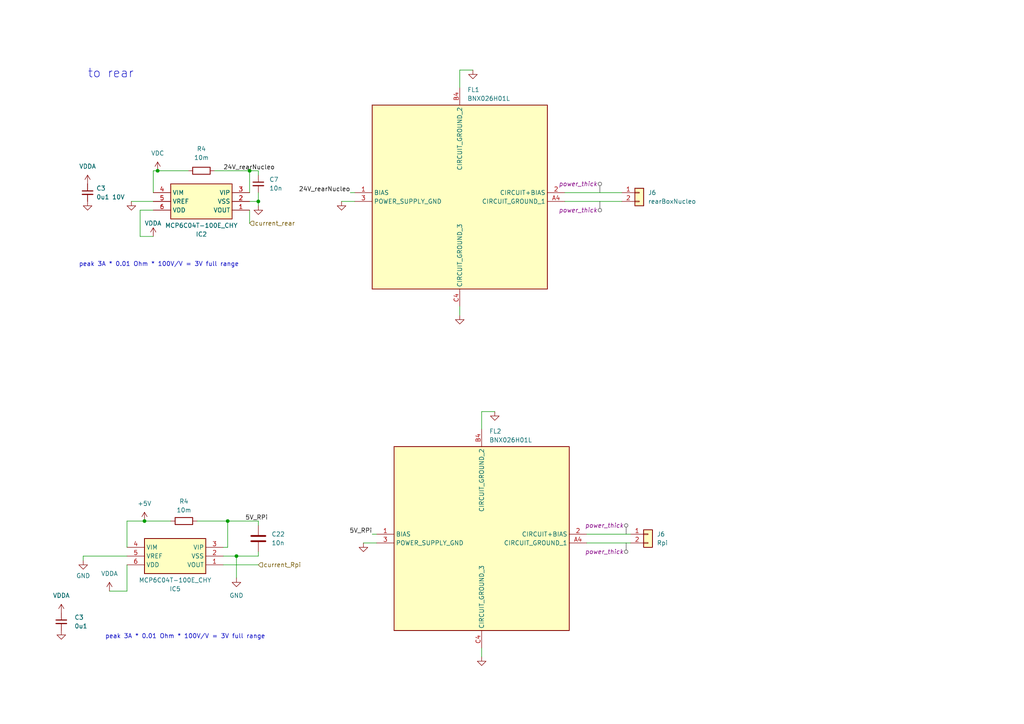
<source format=kicad_sch>
(kicad_sch (version 20230121) (generator eeschema)
  (paper "A4")
  (title_block (title "EP5 rearbox powerboard") (date "2024-06-27") (rev "2.0") (company "NTURacing") (comment 1 "郭哲明") (comment 2 "Electrical group"))
  (lib_symbols
    (symbol "Connector_Generic:Conn_01x02" (pin_names (offset 1.016) hide)
      (property "Reference" "J" (at 0 2.54 0))
      (property "Value" "Conn_01x02" (at 0 -5.08 0))
      (symbol "Conn_01x02_1_1"
        (rectangle (start -1.27 -2.413) (end 0 -2.667) (stroke (width 0.1524)))
        (rectangle (start -1.27 0.127) (end 0 -0.127) (stroke (width 0.1524)))
        (rectangle (start -1.27 1.27) (end 1.27 -3.81) (stroke (width 0.254)) (fill (type background)))
        (pin passive line (at -5.08 0 0) (length 3.81) (name "Pin_1") (number "1"))
        (pin passive line (at -5.08 -2.54 0) (length 3.81) (name "Pin_2") (number "2"))
      )
    )
    (symbol "Device:C" (pin_numbers hide) (pin_names (offset 0.254))
      (property "Reference" "C" (at 0.635 2.54 0))
      (property "Value" "C" (at 0.635 -2.54 0))
      (symbol "C_0_1"
        (polyline (pts (xy -2.032 -0.762) (xy 2.032 -0.762)) (stroke (width 0.508)))
        (polyline (pts (xy -2.032 0.762) (xy 2.032 0.762)) (stroke (width 0.508)))
      )
      (symbol "C_1_1"
        (pin passive line (at 0 3.81 270) (length 2.794) (name "~") (number "1"))
        (pin passive line (at 0 -3.81 90) (length 2.794) (name "~") (number "2"))
      )
    )
    (symbol "Device:C_Small" (pin_numbers hide) (pin_names (offset 0.254) hide)
      (property "Reference" "C" (at 0.254 1.778 0))
      (property "Value" "C_Small" (at 0.254 -2.032 0))
      (symbol "C_Small_0_1"
        (polyline (pts (xy -1.524 -0.508) (xy 1.524 -0.508)) (stroke (width 0.3302)))
        (polyline (pts (xy -1.524 0.508) (xy 1.524 0.508)) (stroke (width 0.3048)))
      )
      (symbol "C_Small_1_1"
        (pin passive line (at 0 2.54 270) (length 2.032) (name "~") (number "1"))
        (pin passive line (at 0 -2.54 90) (length 2.032) (name "~") (number "2"))
      )
    )
    (symbol "Device:R" (pin_numbers hide) (pin_names (offset 0))
      (property "Reference" "R" (at 2.032 0 90))
      (property "Value" "R" (at 0 0 90))
      (symbol "R_0_1"
        (rectangle (start -1.016 -2.54) (end 1.016 2.54) (stroke (width 0.254)))
      )
      (symbol "R_1_1"
        (pin passive line (at 0 3.81 270) (length 1.27) (name "~") (number "1"))
        (pin passive line (at 0 -3.81 90) (length 1.27) (name "~") (number "2"))
      )
    )
    (symbol "SamacSys_Parts:BNX026H01L"
      (property "Reference" "FL" (at 57.15 30.48 0))
      (property "Value" "BNX026H01L" (at 57.15 27.94 0))
      (symbol "BNX026H01L_1_1"
        (rectangle (start 5.08 25.4) (end 55.88 -27.94) (stroke (width 0.254)) (fill (type background)))
        (pin passive line (at 0 0 0) (length 5.08) (name "BIAS") (number "1"))
        (pin passive line (at 60.96 0 180) (length 5.08) (name "CIRCUIT+BIAS") (number "2"))
        (pin passive line (at 0 -2.54 0) (length 5.08) (name "POWER_SUPPLY_GND") (number "3"))
        (pin passive line (at 60.96 -2.54 180) (length 5.08) (name "CIRCUIT_GROUND_1") (number "A4"))
        (pin passive line (at 30.48 30.48 270) (length 5.08) (name "CIRCUIT_GROUND_2") (number "B4"))
        (pin passive line (at 30.48 -33.02 90) (length 5.08) (name "CIRCUIT_GROUND_3") (number "C4"))
      )
    )
    (symbol "SamacSys_Parts:MCP6C04T-100E_CHY"
      (property "Reference" "IC" (at 24.13 7.62 0))
      (property "Value" "MCP6C04T-100E_CHY" (at 24.13 5.08 0))
      (symbol "MCP6C04T-100E_CHY_1_1"
        (rectangle (start 5.08 2.54) (end 22.86 -7.62) (stroke (width 0.254)) (fill (type background)))
        (pin passive line (at 0 0 0) (length 5.08) (name "VOUT") (number "1"))
        (pin passive line (at 0 -2.54 0) (length 5.08) (name "VSS") (number "2"))
        (pin passive line (at 0 -5.08 0) (length 5.08) (name "VIP") (number "3"))
        (pin passive line (at 27.94 -5.08 180) (length 5.08) (name "VIM") (number "4"))
        (pin passive line (at 27.94 -2.54 180) (length 5.08) (name "VREF") (number "5"))
        (pin passive line (at 27.94 0 180) (length 5.08) (name "VDD") (number "6"))
      )
    )
    (symbol "power:+5V" (power) (pin_names (offset 0))
      (property "Value" "+5V" (at 0 3.556 0))
      (symbol "+5V_0_1"
        (polyline (pts (xy -0.762 1.27) (xy 0 2.54)))
        (polyline (pts (xy 0 0) (xy 0 2.54)))
        (polyline (pts (xy 0 2.54) (xy 0.762 1.27)))
      )
      (symbol "+5V_1_1"
        (pin power_in line (at 0 0 90) (length 0) hide (name "+5V") (number "1"))
      )
    )
    (symbol "power:GND" (power) (pin_names (offset 0))
      (property "Value" "GND" (at 0 -3.81 0))
      (symbol "GND_0_1"
        (polyline (pts (xy 0 0) (xy 0 -1.27) (xy 1.27 -1.27) (xy 0 -2.54) (xy -1.27 -1.27) (xy 0 -1.27)))
      )
      (symbol "GND_1_1"
        (pin power_in line (at 0 0 270) (length 0) hide (name "GND") (number "1"))
      )
    )
    (symbol "power:VDC" (power) (pin_names (offset 0))
      (property "Value" "VDC" (at 0 6.35 0))
      (symbol "VDC_0_1"
        (polyline (pts (xy -0.762 1.27) (xy 0 2.54)))
        (polyline (pts (xy 0 0) (xy 0 2.54)))
        (polyline (pts (xy 0 2.54) (xy 0.762 1.27)))
      )
      (symbol "VDC_1_1"
        (pin power_in line (at 0 0 90) (length 0) hide (name "VDC") (number "1"))
      )
    )
    (symbol "power:VDDA" (power) (pin_names (offset 0))
      (property "Value" "VDDA" (at 0 3.81 0))
      (symbol "VDDA_0_1"
        (polyline (pts (xy -0.762 1.27) (xy 0 2.54)))
        (polyline (pts (xy 0 0) (xy 0 2.54)))
        (polyline (pts (xy 0 2.54) (xy 0.762 1.27)))
      )
      (symbol "VDDA_1_1"
        (pin power_in line (at 0 0 90) (length 0) hide (name "VDDA") (number "1"))
      )
    )
  )
  (junction (at 72.39 49.53))
  (junction (at 74.93 58.42))
  (junction (at 66.04 151.13))
  (junction (at 45.72 49.53))
  (junction (at 41.91 151.13))
  (junction (at 68.58 161.29))
  (wire (pts (xy 40.64 60.96) (xy 44.45 60.96)))
  (wire (pts (xy 66.04 151.13) (xy 66.04 158.75)))
  (wire (pts (xy 101.6 55.88) (xy 102.87 55.88)))
  (wire (pts (xy 137.16 20.32) (xy 133.35 20.32)))
  (wire (pts (xy 74.93 59.69) (xy 74.93 58.42)))
  (wire (pts (xy 36.83 151.13) (xy 36.83 158.75)))
  (wire (pts (xy 139.7 190.5) (xy 139.7 187.96)))
  (wire (pts (xy 74.93 161.29) (xy 68.58 161.29)))
  (wire (pts (xy 40.64 68.58) (xy 40.64 60.96)))
  (wire (pts (xy 74.93 55.88) (xy 74.93 58.42)))
  (wire (pts (xy 57.15 151.13) (xy 66.04 151.13)))
  (wire (pts (xy 62.23 49.53) (xy 72.39 49.53)))
  (wire (pts (xy 68.58 161.29) (xy 64.77 161.29)))
  (wire (pts (xy 40.64 68.58) (xy 44.45 68.58)))
  (wire (pts (xy 38.1 58.42) (xy 44.45 58.42)))
  (wire (pts (xy 170.18 154.94) (xy 182.88 154.94)))
  (wire (pts (xy 31.75 171.45) (xy 36.83 171.45)))
  (wire (pts (xy 45.72 49.53) (xy 44.45 49.53)))
  (wire (pts (xy 72.39 60.96) (xy 72.39 64.77)))
  (wire (pts (xy 36.83 171.45) (xy 36.83 163.83)))
  (wire (pts (xy 41.91 151.13) (xy 49.53 151.13)))
  (wire (pts (xy 133.35 20.32) (xy 133.35 25.4)))
  (wire (pts (xy 72.39 58.42) (xy 74.93 58.42)))
  (wire (pts (xy 24.13 161.29) (xy 24.13 162.56)))
  (wire (pts (xy 36.83 151.13) (xy 41.91 151.13)))
  (wire (pts (xy 133.35 91.44) (xy 133.35 88.9)))
  (wire (pts (xy 74.93 160.02) (xy 74.93 161.29)))
  (wire (pts (xy 45.72 49.53) (xy 54.61 49.53)))
  (wire (pts (xy 64.77 163.83) (xy 74.93 163.83)))
  (wire (pts (xy 74.93 152.4) (xy 74.93 151.13)))
  (wire (pts (xy 163.83 58.42) (xy 180.34 58.42)))
  (wire (pts (xy 105.41 157.48) (xy 109.22 157.48)))
  (wire (pts (xy 139.7 119.38) (xy 139.7 124.46)))
  (wire (pts (xy 170.18 157.48) (xy 182.88 157.48)))
  (wire (pts (xy 72.39 49.53) (xy 74.93 49.53)))
  (wire (pts (xy 99.06 58.42) (xy 102.87 58.42)))
  (wire (pts (xy 44.45 49.53) (xy 44.45 55.88)))
  (wire (pts (xy 163.83 55.88) (xy 180.34 55.88)))
  (wire (pts (xy 66.04 158.75) (xy 64.77 158.75)))
  (wire (pts (xy 143.51 119.38) (xy 139.7 119.38)))
  (wire (pts (xy 74.93 151.13) (xy 66.04 151.13)))
  (wire (pts (xy 36.83 161.29) (xy 24.13 161.29)))
  (wire (pts (xy 74.93 49.53) (xy 74.93 50.8)))
  (wire (pts (xy 72.39 49.53) (xy 72.39 55.88)))
  (wire (pts (xy 68.58 161.29) (xy 68.58 167.64)))
  (wire (pts (xy 107.95 154.94) (xy 109.22 154.94)))
  (text "peak 3A * 0.01 Ohm * 100V/V = 3V full range" (at 22.86 77.47 0) (effects (font (size 1.27 1.27)) (justify left bottom)))
  (text "peak 3A * 0.01 Ohm * 100V/V = 3V full range" (at 30.48 185.42 0) (effects (font (size 1.27 1.27)) (justify left bottom)))
  (text "to rear\n" (at 25.4 22.86 0) (effects (font (size 2.54 2.54)) (justify left bottom)))
  (label "5V_RPi" (at 71.12 151.13 0))
  (label "5V_RPi" (at 107.95 154.94 180))
  (label "24V_rearNucleo" (at 64.77 49.53 0))
  (label "24V_rearNucleo" (at 101.6 55.88 180))
  (hierarchical_label "current_Rpi" (shape input) (at 74.93 163.83 0))
  (hierarchical_label "current_rear" (shape input) (at 72.39 64.77 0))
  (netclass_flag "" (length 2.54) (shape round) (at 173.99 55.88 0) (property "Netclass" "power_thick" (at 173.2915 53.34 0) (effects (font italic) (justify right))))
  (netclass_flag "" (length 2.54) (shape round) (at 181.61 154.94 0) (property "Netclass" "power_thick" (at 180.9115 152.4 0) (effects (font italic) (justify right))))
  (netclass_flag "" (length 2.54) (shape round) (at 181.61 157.48 180) (property "Netclass" "power_thick" (at 180.9115 160.02 0) (effects (font italic) (justify right))))
  (netclass_flag "" (length 2.54) (shape round) (at 173.99 58.42 180) (property "Netclass" "power_thick" (at 173.2915 60.96 0) (effects (font italic) (justify right))))
  (symbol (lib_id "power:VDDA") (at 17.78 177.8 0) (unit 1)
    (property "Reference" "#PWR010" (effects hide))
    (property "Value" "VDDA" (at 17.78 172.72 0))
    (instances (project "power board" (path "" (reference "#PWR010") (unit 1)) (path "" (reference "#PWR078") (unit 1))))
  )
  (symbol (lib_id "power:GND") (at 38.1 58.42 0) (unit 1)
    (property "Reference" "#PWR011" (effects hide))
    (property "Value" "GND" (effects hide))
    (instances (project "power board" (path "" (reference "#PWR011") (unit 1)) (path "" (reference "#PWR066") (unit 1))))
  )
  (symbol (lib_id "power:+5V") (at 41.91 151.13 0) (unit 1)
    (property "Reference" "#PWR023" (effects hide))
    (property "Value" "+5V" (at 41.91 146.05 0))
  )
  (symbol (lib_id "power:GND") (at 25.4 58.42 0) (unit 1)
    (property "Reference" "#PWR09" (effects hide))
    (property "Value" "GND" (effects hide))
    (instances (project "power board" (path "" (reference "#PWR09") (unit 1)) (path "" (reference "#PWR065") (unit 1))))
  )
  (symbol (lib_id "power:GND") (at 17.78 182.88 0) (unit 1)
    (property "Reference" "#PWR09" (effects hide))
    (property "Value" "GND" (effects hide))
    (instances (project "power board" (path "" (reference "#PWR09") (unit 1)) (path "" (reference "#PWR079") (unit 1))))
  )
  (symbol (lib_id "Device:R") (at 58.42 49.53 90) (unit 1)
    (property "Reference" "R4" (at 58.42 43.18 90))
    (property "Value" "10m" (at 58.42 45.72 90))
    (property "Footprint" "Resistor_SMD:R_0805_2012Metric" (effects hide))
    (instances (project "power board" (path "" (reference "R4") (unit 1)) (path "" (reference "R13") (unit 1))))
  )
  (symbol (lib_id "SamacSys_Parts:MCP6C04T-100E_CHY") (at 64.77 163.83 180) (unit 1)
    (property "Reference" "IC5" (at 50.8 170.815 0))
    (property "Value" "MCP6C04T-100E_CHY" (at 50.8 168.275 0))
    (property "Footprint" "SamacSys_Parts:SOT95P280X145-6N" (effects hide))
    (property "Height" "1.45" (effects hide))
    (property "Mouser Part Number" "579-MCP6C04T100ECHY" (effects hide))
    (property "Mouser Price/Stock" "https://www.mouser.co.uk/ProductDetail/Microchip-Technology/MCP6C04T-100E-CHY?qs=3HJ2avRr9PJRQkbNv3EK6Q%3D%3D" (effects hide))
    (property "Manufacturer_Name" "Microchip" (effects hide))
    (property "Manufacturer_Part_Number" "MCP6C04T-100E/CHY" (effects hide))
    (instances (project "power board" (path "" (reference "IC5") (unit 1)) (path "" (reference "IC4") (unit 1))))
  )
  (symbol (lib_id "Device:C_Small") (at 74.93 53.34 0) (unit 1)
    (property "Reference" "C7" (at 78.105 52.07 0) (effects (justify left)))
    (property "Value" "10n" (at 78.105 54.61 0) (effects (justify left)))
    (property "Footprint" "Capacitor_SMD:C_0805_2012Metric" (effects hide))
    (instances (project "power board" (path "" (reference "C7") (unit 1)) (path "" (reference "C20") (unit 1))))
  )
  (symbol (lib_id "power:GND") (at 68.58 167.64 0) (unit 1)
    (property "Reference" "#PWR039" (effects hide))
    (property "Value" "GND" (at 68.58 172.72 0))
    (instances (project "power board" (path "" (reference "#PWR039") (unit 1)) (path "" (reference "#PWR076") (unit 1))))
  )
  (symbol (lib_id "SamacSys_Parts:MCP6C04T-100E_CHY") (at 72.39 60.96 180) (unit 1)
    (property "Reference" "IC2" (at 58.42 67.945 0))
    (property "Value" "MCP6C04T-100E_CHY" (at 58.42 65.405 0))
    (property "Footprint" "SamacSys_Parts:SOT95P280X145-6N" (effects hide))
    (property "Height" "1.45" (effects hide))
    (property "Mouser Part Number" "579-MCP6C04T100ECHY" (effects hide))
    (property "Mouser Price/Stock" "https://www.mouser.co.uk/ProductDetail/Microchip-Technology/MCP6C04T-100E-CHY?qs=3HJ2avRr9PJRQkbNv3EK6Q%3D%3D" (effects hide))
    (property "Manufacturer_Name" "Microchip" (effects hide))
    (property "Manufacturer_Part_Number" "MCP6C04T-100E/CHY" (effects hide))
    (instances (project "power board" (path "" (reference "IC2") (unit 1)) (path "" (reference "IC3") (unit 1))))
  )
  (symbol (lib_id "power:GND") (at 137.16 20.32 0) (mirror y) (unit 1)
    (property "Reference" "#PWR038" (effects hide))
    (property "Value" "GND" (effects hide))
    (instances (project "power board" (path "" (reference "#PWR038") (unit 1)) (path "" (reference "#PWR062") (unit 1))))
  )
  (symbol (lib_id "power:VDDA") (at 25.4 53.34 0) (unit 1)
    (property "Reference" "#PWR010" (effects hide))
    (property "Value" "VDDA" (at 25.4 48.26 0))
    (instances (project "power board" (path "" (reference "#PWR010") (unit 1)) (path "" (reference "#PWR064") (unit 1))))
  )
  (symbol (lib_id "power:VDDA") (at 44.45 68.58 0) (unit 1)
    (property "Reference" "#PWR016" (effects hide))
    (property "Value" "VDDA" (at 41.91 64.77 0) (effects (justify left)))
    (instances (project "power board" (path "" (reference "#PWR016") (unit 1)) (path "" (reference "#PWR069") (unit 1))))
  )
  (symbol (lib_id "power:VDC") (at 45.72 49.53 0) (unit 1)
    (property "Reference" "#PWR081" (effects hide))
    (property "Value" "VDC" (at 45.72 44.45 0))
    (instances (project "power board" (path "" (reference "#PWR081") (unit 1)) (path "" (reference "#PWR063") (unit 1))))
  )
  (symbol (lib_id "Device:C_Small") (at 17.78 180.34 0) (unit 1)
    (property "Reference" "C3" (at 21.59 179.07 0) (effects (justify left)))
    (property "Value" "0u1" (at 21.59 181.61 0) (effects (justify left)))
    (property "Footprint" "Capacitor_SMD:C_0805_2012Metric" (effects hide))
    (instances (project "power board" (path "" (reference "C3") (unit 1)) (path "" (reference "C23") (unit 1))))
  )
  (symbol (lib_id "Device:C") (at 74.93 156.21 0) (unit 1)
    (property "Reference" "C22" (at 78.74 154.94 0) (effects (justify left)))
    (property "Value" "10n" (at 78.74 157.48 0) (effects (justify left)))
    (property "Footprint" "Capacitor_SMD:C_0805_2012Metric" (effects hide))
  )
  (symbol (lib_id "Device:C_Small") (at 25.4 55.88 0) (unit 1)
    (property "Reference" "C3" (at 27.94 54.6163 0) (effects (justify left)))
    (property "Value" "0u1 10V" (at 27.94 57.1563 0) (effects (justify left)))
    (property "Footprint" "Capacitor_SMD:C_0805_2012Metric" (effects hide))
    (instances (project "power board" (path "" (reference "C3") (unit 1)) (path "" (reference "C21") (unit 1))))
  )
  (symbol (lib_id "SamacSys_Parts:BNX026H01L") (at 109.22 154.94 0) (unit 1)
    (property "Reference" "FL2" (at 141.8941 125.095 0) (effects (justify left)))
    (property "Value" "BNX026H01L" (at 141.8941 127.635 0) (effects (justify left)))
    (property "Footprint" "SamacSys_Parts:BNX024H01K" (effects hide))
    (property "Datasheet" "https://www.murata.com/en-us/products/productdetail?partno=BNX026H01%23" (effects hide))
    (property "Height" "3.7" (effects hide))
    (property "Mouser Part Number" "81-BNX026H01L" (effects hide))
    (property "Mouser Price/Stock" "https://www.mouser.co.uk/ProductDetail/Murata-Electronics/BNX026H01L?qs=zU3EaVYbc3y78A%2FfsSIPhQ%3D%3D" (effects hide))
    (property "Manufacturer_Name" "Murata Electronics" (effects hide))
    (property "Manufacturer_Part_Number" "BNX026H01L" (effects hide))
  )
  (symbol (lib_id "power:VDDA") (at 31.75 171.45 0) (unit 1)
    (property "Reference" "#PWR010" (effects hide))
    (property "Value" "VDDA" (at 31.75 166.37 0))
    (instances (project "power board" (path "" (reference "#PWR010") (unit 1)) (path "" (reference "#PWR077") (unit 1))))
  )
  (symbol (lib_id "power:GND") (at 24.13 162.56 0) (unit 1)
    (property "Reference" "#PWR040" (effects hide))
    (property "Value" "GND" (at 24.13 167.005 0))
    (instances (project "power board" (path "" (reference "#PWR040") (unit 1)) (path "" (reference "#PWR075") (unit 1))))
  )
  (symbol (lib_id "power:GND") (at 74.93 59.69 0) (unit 1)
    (property "Reference" "#PWR080" (effects hide))
    (property "Value" "GND" (effects hide))
    (instances (project "power board" (path "" (reference "#PWR080") (unit 1)) (path "" (reference "#PWR068") (unit 1))))
  )
  (symbol (lib_id "power:GND") (at 99.06 58.42 0) (mirror y) (unit 1)
    (property "Reference" "#PWR038" (effects hide))
    (property "Value" "GND" (effects hide))
    (instances (project "power board" (path "" (reference "#PWR038") (unit 1)) (path "" (reference "#PWR067") (unit 1))))
  )
  (symbol (lib_id "power:GND") (at 105.41 157.48 0) (mirror y) (unit 1)
    (property "Reference" "#PWR038" (effects hide))
    (property "Value" "GND" (effects hide))
    (instances (project "power board" (path "" (reference "#PWR038") (unit 1)) (path "" (reference "#PWR074") (unit 1))))
  )
  (symbol (lib_id "power:GND") (at 139.7 190.5 0) (mirror y) (unit 1)
    (property "Reference" "#PWR038" (effects hide))
    (property "Value" "GND" (effects hide))
    (instances (project "power board" (path "" (reference "#PWR038") (unit 1)) (path "" (reference "#PWR080") (unit 1))))
  )
  (symbol (lib_id "power:GND") (at 143.51 119.38 0) (mirror y) (unit 1)
    (property "Reference" "#PWR038" (effects hide))
    (property "Value" "GND" (effects hide))
    (instances (project "power board" (path "" (reference "#PWR038") (unit 1)) (path "" (reference "#PWR071") (unit 1))))
  )
  (symbol (lib_id "power:GND") (at 133.35 91.44 0) (mirror y) (unit 1)
    (property "Reference" "#PWR038" (effects hide))
    (property "Value" "GND" (effects hide))
    (instances (project "power board" (path "" (reference "#PWR038") (unit 1)) (path "" (reference "#PWR070") (unit 1))))
  )
  (symbol (lib_id "SamacSys_Parts:BNX026H01L") (at 102.87 55.88 0) (unit 1)
    (property "Reference" "FL1" (at 135.5441 26.035 0) (effects (justify left)))
    (property "Value" "BNX026H01L" (at 135.5441 28.575 0) (effects (justify left)))
    (property "Footprint" "SamacSys_Parts:BNX024H01K" (effects hide))
    (property "Datasheet" "https://www.murata.com/en-us/products/productdetail?partno=BNX026H01%23" (effects hide))
    (property "Height" "3.7" (effects hide))
    (property "Mouser Part Number" "81-BNX026H01L" (effects hide))
    (property "Mouser Price/Stock" "https://www.mouser.co.uk/ProductDetail/Murata-Electronics/BNX026H01L?qs=zU3EaVYbc3y78A%2FfsSIPhQ%3D%3D" (effects hide))
    (property "Manufacturer_Name" "Murata Electronics" (effects hide))
    (property "Manufacturer_Part_Number" "BNX026H01L" (effects hide))
  )
  (symbol (lib_id "Device:R") (at 53.34 151.13 90) (unit 1)
    (property "Reference" "R4" (at 53.34 145.415 90))
    (property "Value" "10m" (at 53.34 147.955 90))
    (property "Footprint" "Resistor_SMD:R_0805_2012Metric" (effects hide))
    (instances (project "power board" (path "" (reference "R4") (unit 1)) (path "" (reference "R14") (unit 1))))
  )
  (symbol (lib_id "Connector_Generic:Conn_01x02") (at 187.96 154.94 0) (unit 1)
    (property "Reference" "J6" (at 190.5 154.94 0) (effects (justify left)))
    (property "Value" "Rpi" (at 190.5 157.48 0) (effects (justify left)))
    (property "Footprint" "Connector_JST:JST_XH_B2B-XH-A_1x02_P2.50mm_Vertical" (effects hide))
    (instances (project "rearbox_nucleo_1" (path "" (reference "J6") (unit 1)) (path "" (reference "J6") (unit 1))) (project "power board" (path "" (reference "J11") (unit 1)) (path "" (reference "J15") (unit 1))))
  )
  (symbol (lib_id "Connector_Generic:Conn_01x02") (at 185.42 55.88 0) (unit 1)
    (property "Reference" "J6" (at 187.96 55.88 0) (effects (justify left)))
    (property "Value" "rearBoxNucleo" (at 187.96 58.42 0) (effects (justify left)))
    (property "Footprint" "Connector_JST:JST_XH_B2B-XH-A_1x02_P2.50mm_Vertical" (effects hide))
    (instances (project "rearbox_nucleo_1" (path "" (reference "J6") (unit 1)) (path "" (reference "J6") (unit 1))) (project "power board" (path "" (reference "J11") (unit 1)) (path "" (reference "J14") (unit 1))))
  )
)
</source>
